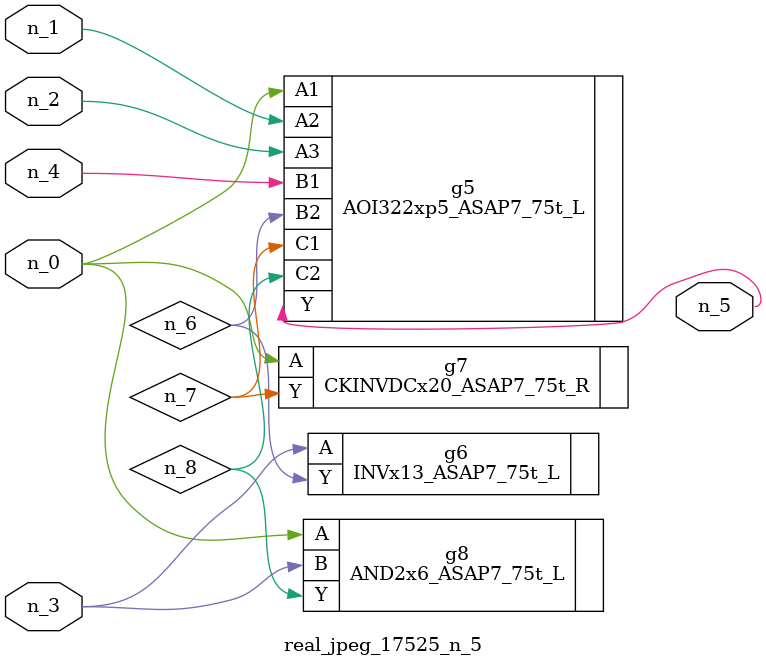
<source format=v>
module real_jpeg_17525_n_5 (n_4, n_0, n_1, n_2, n_3, n_5);

input n_4;
input n_0;
input n_1;
input n_2;
input n_3;

output n_5;

wire n_8;
wire n_6;
wire n_7;

AOI322xp5_ASAP7_75t_L g5 ( 
.A1(n_0),
.A2(n_1),
.A3(n_2),
.B1(n_4),
.B2(n_6),
.C1(n_7),
.C2(n_8),
.Y(n_5)
);

CKINVDCx20_ASAP7_75t_R g7 ( 
.A(n_0),
.Y(n_7)
);

AND2x6_ASAP7_75t_L g8 ( 
.A(n_0),
.B(n_3),
.Y(n_8)
);

INVx13_ASAP7_75t_L g6 ( 
.A(n_3),
.Y(n_6)
);


endmodule
</source>
